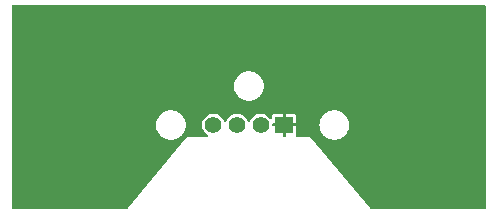
<source format=gbl>
G04 Layer: BottomLayer*
G04 EasyEDA v6.5.29, 2023-07-18 11:26:45*
G04 33fdc5552a5a4075a23771e626d16e97,5a6b42c53f6a479593ecc07194224c93,10*
G04 Gerber Generator version 0.2*
G04 Scale: 100 percent, Rotated: No, Reflected: No *
G04 Dimensions in millimeters *
G04 leading zeros omitted , absolute positions ,4 integer and 5 decimal *
%FSLAX45Y45*%
%MOMM*%

%AMMACRO1*21,1,$1,$2,0,0,$3*%
%ADD10C,1.4000*%
%ADD11MACRO1,1.524X1.4X0.0000*%

%LPD*%
G36*
X36068Y10185908D02*
G01*
X32156Y10186670D01*
X28905Y10188905D01*
X26670Y10192156D01*
X25908Y10196068D01*
X25908Y11901932D01*
X26670Y11905843D01*
X28905Y11909094D01*
X32156Y11911330D01*
X36068Y11912092D01*
X4027932Y11912092D01*
X4031843Y11911330D01*
X4035094Y11909094D01*
X4037329Y11905843D01*
X4038092Y11901932D01*
X4038092Y10196068D01*
X4037329Y10192156D01*
X4035094Y10188905D01*
X4031843Y10186670D01*
X4027932Y10185908D01*
X3064916Y10185908D01*
X3060598Y10186873D01*
X3057093Y10189565D01*
X2560320Y10785703D01*
X2555595Y10790123D01*
X2549702Y10793323D01*
X2544673Y10795000D01*
X2539492Y10795508D01*
X2437384Y10795508D01*
X2433167Y10796422D01*
X2429713Y10798962D01*
X2427630Y10802721D01*
X2427325Y10807039D01*
X2428798Y10811052D01*
X2431491Y10815370D01*
X2433370Y10820857D01*
X2434132Y10827156D01*
X2434132Y10883900D01*
X2344674Y10883900D01*
X2344674Y10805668D01*
X2343912Y10801756D01*
X2341727Y10798505D01*
X2338425Y10796270D01*
X2334564Y10795508D01*
X2329484Y10795508D01*
X2325573Y10796270D01*
X2322271Y10798505D01*
X2320086Y10801756D01*
X2319274Y10805668D01*
X2319274Y10883900D01*
X2237892Y10883900D01*
X2233980Y10884662D01*
X2230729Y10886897D01*
X2228494Y10890148D01*
X2227732Y10894060D01*
X2227732Y10899140D01*
X2228494Y10903051D01*
X2230729Y10906302D01*
X2233980Y10908538D01*
X2237892Y10909300D01*
X2319274Y10909300D01*
X2319274Y10992510D01*
X2256383Y10992510D01*
X2250033Y10991799D01*
X2244598Y10989868D01*
X2239670Y10986820D01*
X2235606Y10982706D01*
X2232507Y10977829D01*
X2230628Y10972342D01*
X2229916Y10966043D01*
X2229916Y10955832D01*
X2229002Y10951667D01*
X2226513Y10948212D01*
X2222804Y10946130D01*
X2218588Y10945723D01*
X2214575Y10947095D01*
X2211425Y10949940D01*
X2206396Y10957102D01*
X2197455Y10966653D01*
X2187295Y10974933D01*
X2176119Y10981740D01*
X2164130Y10986922D01*
X2151532Y10990478D01*
X2138527Y10992256D01*
X2125472Y10992256D01*
X2112467Y10990478D01*
X2099868Y10986922D01*
X2087880Y10981740D01*
X2076704Y10974933D01*
X2066543Y10966653D01*
X2057603Y10957102D01*
X2050084Y10946434D01*
X2044039Y10934801D01*
X2041550Y10927842D01*
X2039416Y10924286D01*
X2036064Y10921898D01*
X2032000Y10921085D01*
X2027936Y10921898D01*
X2024583Y10924286D01*
X2022449Y10927842D01*
X2019960Y10934801D01*
X2013915Y10946434D01*
X2006396Y10957102D01*
X1997456Y10966653D01*
X1987296Y10974933D01*
X1976120Y10981740D01*
X1964131Y10986922D01*
X1951532Y10990478D01*
X1938528Y10992256D01*
X1925472Y10992256D01*
X1912467Y10990478D01*
X1899869Y10986922D01*
X1887880Y10981740D01*
X1876704Y10974933D01*
X1866544Y10966653D01*
X1857603Y10957102D01*
X1850085Y10946434D01*
X1844039Y10934801D01*
X1841550Y10927842D01*
X1839417Y10924286D01*
X1836064Y10921898D01*
X1832000Y10921085D01*
X1827936Y10921898D01*
X1824583Y10924286D01*
X1822450Y10927842D01*
X1819960Y10934801D01*
X1813915Y10946434D01*
X1806397Y10957102D01*
X1797456Y10966653D01*
X1787296Y10974933D01*
X1776120Y10981740D01*
X1764131Y10986922D01*
X1751533Y10990478D01*
X1738528Y10992256D01*
X1725472Y10992256D01*
X1712468Y10990478D01*
X1699869Y10986922D01*
X1687880Y10981740D01*
X1676704Y10974933D01*
X1666544Y10966653D01*
X1657604Y10957102D01*
X1650085Y10946434D01*
X1644040Y10934801D01*
X1639671Y10922457D01*
X1637030Y10909655D01*
X1636115Y10896600D01*
X1637030Y10883544D01*
X1639671Y10870742D01*
X1644040Y10858398D01*
X1650085Y10846765D01*
X1657604Y10836097D01*
X1666544Y10826546D01*
X1676704Y10818266D01*
X1683156Y10814354D01*
X1686306Y10811357D01*
X1687880Y10807293D01*
X1687626Y10802924D01*
X1685594Y10799064D01*
X1682140Y10796422D01*
X1677873Y10795508D01*
X1524609Y10795508D01*
X1518208Y10794746D01*
X1511960Y10792256D01*
X1507490Y10789462D01*
X1503781Y10785805D01*
X1006906Y10189565D01*
X1003401Y10186873D01*
X999083Y10185908D01*
G37*

%LPC*%
G36*
X2755900Y10770717D02*
G01*
X2771089Y10771632D01*
X2786024Y10774375D01*
X2800553Y10778896D01*
X2814421Y10785144D01*
X2827426Y10793018D01*
X2839364Y10802366D01*
X2850134Y10813135D01*
X2859481Y10825073D01*
X2867355Y10838078D01*
X2873603Y10851946D01*
X2878124Y10866475D01*
X2880868Y10881410D01*
X2881782Y10896600D01*
X2880868Y10911789D01*
X2878124Y10926724D01*
X2873603Y10941253D01*
X2867355Y10955121D01*
X2859481Y10968126D01*
X2850134Y10980064D01*
X2839364Y10990834D01*
X2827426Y11000181D01*
X2814421Y11008055D01*
X2800553Y11014303D01*
X2786024Y11018824D01*
X2771089Y11021568D01*
X2755900Y11022482D01*
X2740710Y11021568D01*
X2725775Y11018824D01*
X2711246Y11014303D01*
X2697378Y11008055D01*
X2684373Y11000181D01*
X2672435Y10990834D01*
X2661666Y10980064D01*
X2652318Y10968126D01*
X2644444Y10955121D01*
X2638196Y10941253D01*
X2633675Y10926724D01*
X2630932Y10911789D01*
X2630017Y10896600D01*
X2630932Y10881410D01*
X2633675Y10866475D01*
X2638196Y10851946D01*
X2644444Y10838078D01*
X2652318Y10825073D01*
X2661666Y10813135D01*
X2672435Y10802366D01*
X2684373Y10793018D01*
X2697378Y10785144D01*
X2711246Y10778896D01*
X2725775Y10774375D01*
X2740710Y10771632D01*
G37*
G36*
X1371600Y10770717D02*
G01*
X1386789Y10771632D01*
X1401724Y10774375D01*
X1416253Y10778896D01*
X1430121Y10785144D01*
X1443126Y10793018D01*
X1455064Y10802366D01*
X1465834Y10813135D01*
X1475181Y10825073D01*
X1483055Y10838078D01*
X1489303Y10851946D01*
X1493824Y10866475D01*
X1496568Y10881410D01*
X1497482Y10896600D01*
X1496568Y10911789D01*
X1493824Y10926724D01*
X1489303Y10941253D01*
X1483055Y10955121D01*
X1475181Y10968126D01*
X1465834Y10980064D01*
X1455064Y10990834D01*
X1443126Y11000181D01*
X1430121Y11008055D01*
X1416253Y11014303D01*
X1401724Y11018824D01*
X1386789Y11021568D01*
X1371600Y11022482D01*
X1356410Y11021568D01*
X1341475Y11018824D01*
X1326946Y11014303D01*
X1313078Y11008055D01*
X1300073Y11000181D01*
X1288135Y10990834D01*
X1277366Y10980064D01*
X1268018Y10968126D01*
X1260144Y10955121D01*
X1253896Y10941253D01*
X1249375Y10926724D01*
X1246632Y10911789D01*
X1245717Y10896600D01*
X1246632Y10881410D01*
X1249375Y10866475D01*
X1253896Y10851946D01*
X1260144Y10838078D01*
X1268018Y10825073D01*
X1277366Y10813135D01*
X1288135Y10802366D01*
X1300073Y10793018D01*
X1313078Y10785144D01*
X1326946Y10778896D01*
X1341475Y10774375D01*
X1356410Y10771632D01*
G37*
G36*
X2344674Y10909300D02*
G01*
X2434132Y10909300D01*
X2434132Y10966043D01*
X2433370Y10972342D01*
X2431491Y10977829D01*
X2428392Y10982706D01*
X2424328Y10986820D01*
X2419400Y10989868D01*
X2413965Y10991799D01*
X2407615Y10992510D01*
X2344674Y10992510D01*
G37*
G36*
X2032000Y11100917D02*
G01*
X2047189Y11101832D01*
X2062124Y11104575D01*
X2076653Y11109096D01*
X2090521Y11115344D01*
X2103526Y11123218D01*
X2115464Y11132566D01*
X2126234Y11143335D01*
X2135581Y11155273D01*
X2143455Y11168278D01*
X2149703Y11182146D01*
X2154224Y11196675D01*
X2156968Y11211610D01*
X2157882Y11226800D01*
X2156968Y11241989D01*
X2154224Y11256924D01*
X2149703Y11271453D01*
X2143455Y11285321D01*
X2135581Y11298326D01*
X2126234Y11310264D01*
X2115464Y11321034D01*
X2103526Y11330381D01*
X2090521Y11338255D01*
X2076653Y11344503D01*
X2062124Y11349024D01*
X2047189Y11351768D01*
X2032000Y11352682D01*
X2016810Y11351768D01*
X2001875Y11349024D01*
X1987346Y11344503D01*
X1973478Y11338255D01*
X1960473Y11330381D01*
X1948535Y11321034D01*
X1937766Y11310264D01*
X1928418Y11298326D01*
X1920544Y11285321D01*
X1914296Y11271453D01*
X1909775Y11256924D01*
X1907032Y11241989D01*
X1906117Y11226800D01*
X1907032Y11211610D01*
X1909775Y11196675D01*
X1914296Y11182146D01*
X1920544Y11168278D01*
X1928418Y11155273D01*
X1937766Y11143335D01*
X1948535Y11132566D01*
X1960473Y11123218D01*
X1973478Y11115344D01*
X1987346Y11109096D01*
X2001875Y11104575D01*
X2016810Y11101832D01*
G37*

%LPD*%
D10*
G01*
X1732000Y10896600D03*
G01*
X1932000Y10896600D03*
G01*
X2131999Y10896600D03*
D11*
G01*
X2331999Y10896600D03*
M02*

</source>
